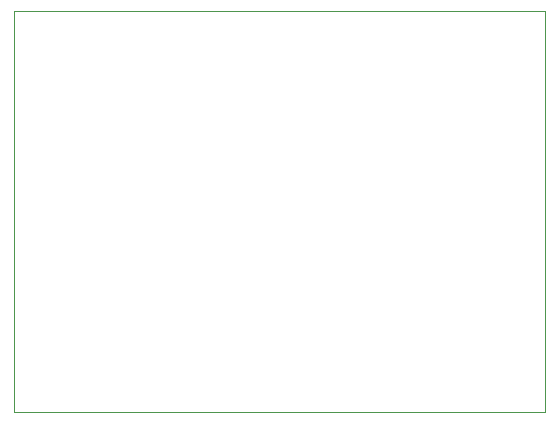
<source format=gbr>
%TF.GenerationSoftware,KiCad,Pcbnew,(6.0.4)*%
%TF.CreationDate,2022-04-18T03:55:02-07:00*%
%TF.ProjectId,led_bar,6c65645f-6261-4722-9e6b-696361645f70,rev?*%
%TF.SameCoordinates,PX7de29c8PY459e508*%
%TF.FileFunction,Profile,NP*%
%FSLAX46Y46*%
G04 Gerber Fmt 4.6, Leading zero omitted, Abs format (unit mm)*
G04 Created by KiCad (PCBNEW (6.0.4)) date 2022-04-18 03:55:02*
%MOMM*%
%LPD*%
G01*
G04 APERTURE LIST*
%TA.AperFunction,Profile*%
%ADD10C,0.100000*%
%TD*%
G04 APERTURE END LIST*
D10*
X45000000Y0D02*
X45000000Y-34000000D01*
X0Y-34000000D02*
X0Y0D01*
X45000000Y-34000000D02*
X0Y-34000000D01*
X0Y0D02*
X45000000Y0D01*
M02*

</source>
